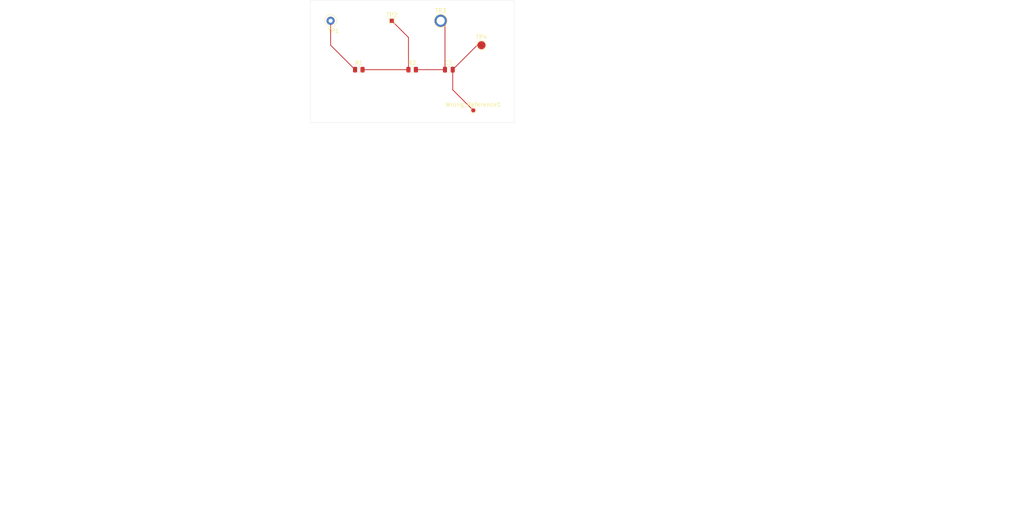
<source format=kicad_pcb>
(kicad_pcb (version 20241229) (generator "pcbnew") (generator_version "9.0")
  (layers (0 "F.Cu" signal) (2 "B.Cu" signal) (13 "F.Paste" user) (15 "B.Paste" user) (5 "F.SilkS" user "F.Silkscreen") (7 "B.SilkS" user "B.Silkscreen") (1 "F.Mask" user) (3 "B.Mask" user) (25 "Edge.Cuts" user))
  (net 0 "")
  (net 1 "Net-(C1-Pad1)")
  (net 2 "Net-(C1-Pad2)")
  (net 3 "Net-(R1-Pad2)")
  (net 4 "Net-(R1-Pad1)")
  (footprint "Resistor_SMD:R_0805_2012Metric" (layer "F.Cu") (at 111.9125 77)
    (property "Reference" "R1" (at 0 -1.65 0) (layer "F.SilkS"))
    (property "Value" "10")
    (fp_line (start -0.227064 -0.735) (end 0.227064 -0.735) (stroke (width 0.12)) (layer "F.SilkS"))
    (fp_line (start -0.227064 0.735) (end 0.227064 0.735) (stroke (width 0.12)) (layer "F.SilkS"))
    (pad "1" smd roundrect (at -0.9125 0) (size 1.025 1.4) (layers "F.Cu" "F.Mask" "F.Paste") (roundrect_rratio 0.243902) (net 4 "Net-(R1-Pad1)"))
    (pad "2" smd roundrect (at 0.9125 0) (size 1.025 1.4) (layers "F.Cu" "F.Mask" "F.Paste") (roundrect_rratio 0.243902) (net 3 "Net-(R1-Pad2)"))
  )
  (footprint "TestPoint:TestPoint_Pad_D2.0mm" (layer "F.Cu") (at 142 71)
    (property "Reference" "TP4" (at 0 -1.998 0) (layer "F.SilkS"))
    (property "Value" "TestPoint_Probe")
    (fp_circle (center 0 0) (end 0 1.2) (stroke (width 0.12)) (fill no) (layer "F.SilkS"))
    (pad "1" smd circle (at 0 0) (size 2 2) (layers "F.Cu" "F.Mask") (net 2 "Net-(C1-Pad2)"))
  )
  (footprint "TestPoint:TestPoint_Pad_1.0x1.0mm" (layer "F.Cu") (at 120 65)
    (property "Reference" "TP2" (at 0 -1.448 0) (layer "F.SilkS"))
    (property "Value" "TestPoint_Alt")
    (fp_line (start -0.7 -0.7) (end 0.7 -0.7) (stroke (width 0.12)) (layer "F.SilkS"))
    (fp_line (start -0.7 0.7) (end -0.7 -0.7) (stroke (width 0.12)) (layer "F.SilkS"))
    (fp_line (start 0.7 -0.7) (end 0.7 0.7) (stroke (width 0.12)) (layer "F.SilkS"))
    (fp_line (start 0.7 0.7) (end -0.7 0.7) (stroke (width 0.12)) (layer "F.SilkS"))
    (pad "1" smd rect (at 0 0) (size 1 1) (layers "F.Cu" "F.Mask") (net 3 "Net-(R1-Pad2)"))
  )
  (footprint "TestPoint:TestPoint_Plated_Hole_D2.0mm" (layer "F.Cu") (at 132 65)
    (property "Reference" "TP3" (at 0 -2.498 0) (layer "F.SilkS"))
    (property "Value" "TestPoint_Flag")
    (fp_circle (center 0 0) (end 0 -1.7) (stroke (width 0.12)) (fill no) (layer "F.SilkS"))
    (pad "1" thru_hole circle (at 0 0) (size 3 3) (drill 2) (property pad_prop_testpoint) (layers "*.Cu" "*.Mask") (net 1 "Net-(C1-Pad1)"))
  )
  (footprint "TestPoint:TestPoint_Loop_D1.80mm_Drill1.0mm_Beaded" (layer "F.Cu") (at 105 65)
    (property "Reference" "TP1" (at 0.7 2.5 0) (layer "F.SilkS"))
    (property "Value" "TestPoint")
    (fp_circle (center 0 0) (end 1.5 0) (stroke (width 0.12)) (fill no) (layer "F.SilkS"))
    (pad "1" thru_hole circle (at 0 0) (size 2 2) (drill 1) (property pad_prop_testpoint) (layers "*.Cu" "*.Mask") (net 4 "Net-(R1-Pad1)"))
  )
  (footprint "TestPoint:TestPoint_Pad_D1.0mm" (layer "F.Cu") (at 140 87)
    (property "Reference" "Wrong_Reference1" (at 0 -1.448 0) (layer "F.SilkS"))
    (property "Value" "TestPoint_Small")
    (fp_circle (center 0 0) (end 0 0.7) (stroke (width 0.12)) (fill no) (layer "F.SilkS"))
    (pad "1" smd circle (at 0 0) (size 1 1) (layers "F.Cu" "F.Mask") (net 2 "Net-(C1-Pad2)"))
  )
  (footprint "Resistor_SMD:R_0805_2012Metric" (layer "F.Cu") (at 125 77)
    (property "Reference" "R2" (at 0 -1.65 0) (layer "F.SilkS"))
    (property "Value" "20")
    (fp_line (start -0.227064 -0.735) (end 0.227064 -0.735) (stroke (width 0.12)) (layer "F.SilkS"))
    (fp_line (start -0.227064 0.735) (end 0.227064 0.735) (stroke (width 0.12)) (layer "F.SilkS"))
    (pad "1" smd roundrect (at -0.9125 0) (size 1.025 1.4) (layers "F.Cu" "F.Mask" "F.Paste") (roundrect_rratio 0.243902) (net 3 "Net-(R1-Pad2)"))
    (pad "2" smd roundrect (at 0.9125 0) (size 1.025 1.4) (layers "F.Cu" "F.Mask" "F.Paste") (roundrect_rratio 0.243902) (net 1 "Net-(C1-Pad1)"))
  )
  (footprint "Capacitor_SMD:C_0805_2012Metric" (layer "F.Cu") (at 134 77)
    (property "Reference" "C1" (at 0 -1.68 0) (layer "F.SilkS"))
    (property "Value" "1uF")
    (fp_line (start -0.261252 -0.735) (end 0.261252 -0.735) (stroke (width 0.12)) (layer "F.SilkS"))
    (fp_line (start -0.261252 0.735) (end 0.261252 0.735) (stroke (width 0.12)) (layer "F.SilkS"))
    (pad "1" smd roundrect (at -0.95 0) (size 1 1.45) (layers "F.Cu" "F.Mask" "F.Paste") (net 1 "Net-(C1-Pad1)"))
    (pad "2" smd roundrect (at 0.95 0) (size 1 1.45) (property pad_prop_testpoint) (layers "F.Cu" "F.Mask" "F.Paste") (net 2 "Net-(C1-Pad2)"))
  )
  (gr_rect (start 100 60) (end 150 90) (stroke (width 0.05)) (fill no) (layer "Edge.Cuts"))
  (segment (start 133.05 66.05) (end 132 65) (width 0.2) (layer "F.Cu") (net 1))
  (segment (start 125.9125 77) (end 133.05 77) (width 0.2) (layer "F.Cu") (net 1))
  (segment (start 133.05 77) (end 133.05 66.05) (width 0.2) (layer "F.Cu") (net 1))
  (segment (start 134.95 77) (end 140.95 71) (width 0.2) (layer "F.Cu") (net 2))
  (segment (start 140.95 71) (end 142 71) (width 0.2) (layer "F.Cu") (net 2))
  (segment (start 134.95 81.95) (end 140 87) (width 0.2) (layer "F.Cu") (net 2))
  (segment (start 134.95 77) (end 134.95 81.95) (width 0.2) (layer "F.Cu") (net 2))
  (segment (start 124.0875 69.0875) (end 120 65) (width 0.2) (layer "F.Cu") (net 3))
  (segment (start 124.0875 77) (end 124.0875 69.0875) (width 0.2) (layer "F.Cu") (net 3))
  (segment (start 112.825 77) (end 124.0875 77) (width 0.2) (layer "F.Cu") (net 3))
  (segment (start 105 65) (end 105 71) (width 0.2) (layer "F.Cu") (net 4))
  (segment (start 105 71) (end 111 77) (width 0.2) (layer "F.Cu") (net 4))
)
</source>
